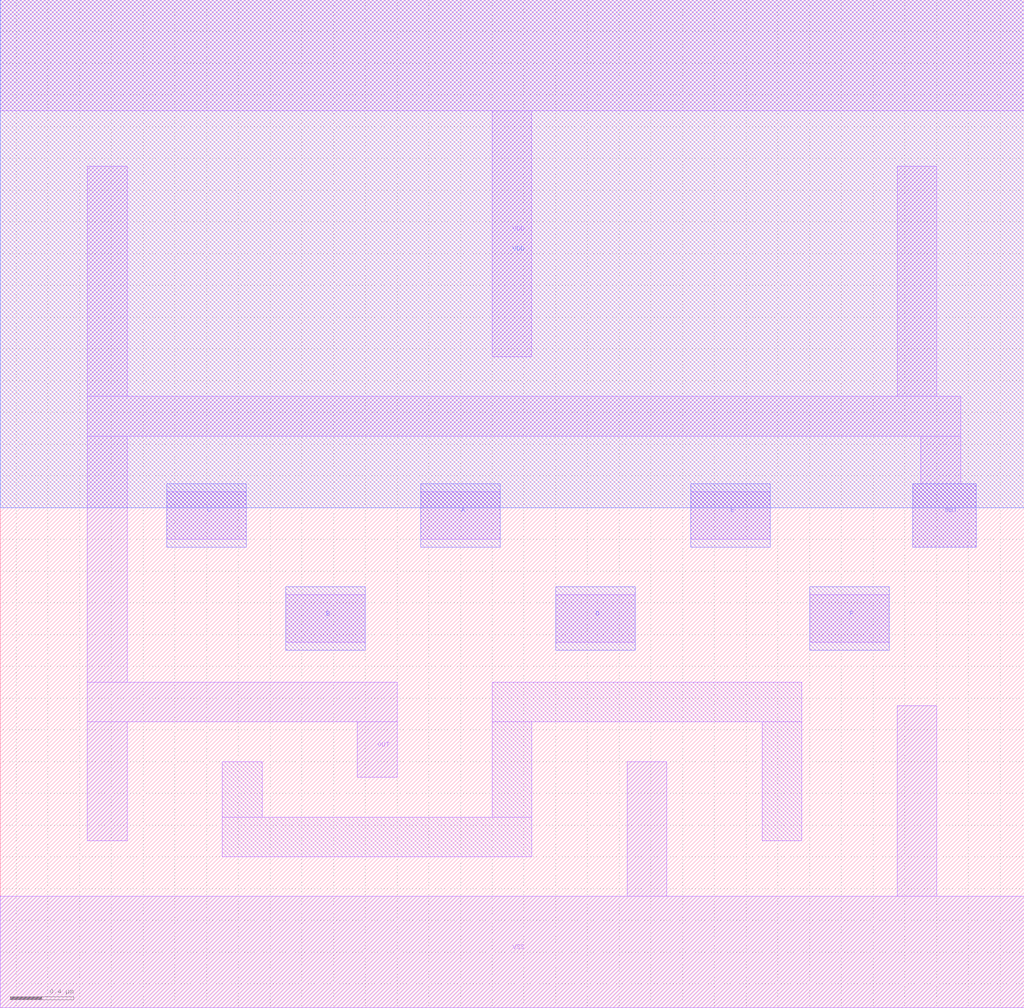
<source format=lef>
VERSION 5.7 ;
  NOWIREEXTENSIONATPIN ON ;
  DIVIDERCHAR "/" ;
  BUSBITCHARS "[]" ;
MACRO gf180mcu_osu_sc_gp9t3v3__oai33_1
  CLASS BLOCK ;
  FOREIGN gf180mcu_osu_sc_gp9t3v3__oai33_1 ;
  ORIGIN 3.100 0.150 ;
  SIZE 6.450 BY 6.350 ;
  PIN A
    ANTENNAGATEAREA 0.765000 ;
    PORT
      LAYER Metal1 ;
        RECT -0.450 2.800 0.050 3.100 ;
      LAYER Metal2 ;
        RECT -0.450 2.750 0.050 3.150 ;
    END
  END A
  PIN B
    ANTENNAGATEAREA 0.765000 ;
    PORT
      LAYER Metal1 ;
        RECT -1.300 2.150 -0.800 2.450 ;
      LAYER Metal2 ;
        RECT -1.300 2.100 -0.800 2.500 ;
    END
  END B
  PIN C
    ANTENNAGATEAREA 0.765000 ;
    PORT
      LAYER Metal1 ;
        RECT -2.050 2.800 -1.550 3.100 ;
      LAYER Metal2 ;
        RECT -2.050 2.750 -1.550 3.150 ;
    END
  END C
  PIN D
    ANTENNAGATEAREA 0.765000 ;
    PORT
      LAYER Metal1 ;
        RECT 0.400 2.150 0.900 2.450 ;
      LAYER Metal2 ;
        RECT 0.400 2.100 0.900 2.500 ;
    END
  END D
  PIN E
    ANTENNAGATEAREA 0.765000 ;
    PORT
      LAYER Metal1 ;
        RECT 1.250 2.800 1.750 3.100 ;
      LAYER Metal2 ;
        RECT 1.250 2.750 1.750 3.150 ;
    END
  END E
  PIN F
    ANTENNAGATEAREA 0.765000 ;
    PORT
      LAYER Metal1 ;
        RECT 2.000 2.150 2.500 2.450 ;
      LAYER Metal2 ;
        RECT 2.000 2.100 2.500 2.500 ;
    END
  END F
  PIN OUT
    ANTENNADIFFAREA 2.592500 ;
    PORT
      LAYER Metal1 ;
        RECT -2.550 3.700 -2.300 5.150 ;
        RECT 2.550 3.700 2.800 5.150 ;
        RECT -2.550 3.450 2.950 3.700 ;
        RECT -2.550 1.900 -2.300 3.450 ;
        RECT 2.700 3.150 2.950 3.450 ;
        RECT 2.650 2.750 3.050 3.150 ;
        RECT -2.550 1.650 -0.600 1.900 ;
        RECT -2.550 0.900 -2.300 1.650 ;
        RECT -0.850 1.300 -0.600 1.650 ;
      LAYER Metal2 ;
        RECT 2.650 2.750 3.050 3.150 ;
    END
  END OUT
  PIN VDD
    USE POWER ;
    PORT
      LAYER Nwell ;
        RECT -3.100 3.000 3.350 6.200 ;
      LAYER Metal1 ;
        RECT -3.100 5.500 3.350 6.200 ;
        RECT 0.000 3.950 0.250 5.500 ;
    END
  END VDD
  PIN VSS
    USE GROUND ;
    PORT
      LAYER Metal1 ;
        RECT 0.850 0.550 1.100 1.400 ;
        RECT 2.550 0.550 2.800 1.750 ;
        RECT -3.100 -0.150 3.350 0.550 ;
    END
  END VSS
  OBS
      LAYER Metal1 ;
        RECT 0.000 1.650 1.950 1.900 ;
        RECT -1.700 1.050 -1.450 1.400 ;
        RECT 0.000 1.050 0.250 1.650 ;
        RECT -1.700 0.800 0.250 1.050 ;
        RECT 1.700 0.900 1.950 1.650 ;
  END
END gf180mcu_osu_sc_gp9t3v3__oai33_1
END LIBRARY


</source>
